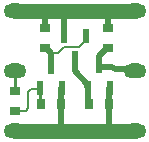
<source format=gtl>
G04*
G04 #@! TF.GenerationSoftware,Altium Limited,Altium Designer,24.6.1 (21)*
G04*
G04 Layer_Physical_Order=1*
G04 Layer_Color=39423*
%FSLAX25Y25*%
%MOIN*%
G70*
G04*
G04 #@! TF.SameCoordinates,92C08AAC-CC59-47DC-8000-F7C2F8DBA572*
G04*
G04*
G04 #@! TF.FilePolarity,Positive*
G04*
G01*
G75*
%ADD12R,0.02362X0.04724*%
%ADD13R,0.02756X0.03347*%
%ADD14R,0.03347X0.02756*%
%ADD20C,0.02000*%
%ADD21C,0.00800*%
%ADD22C,0.05000*%
%ADD23C,0.01000*%
%ADD24O,0.07500X0.05000*%
D12*
X25000Y29500D02*
D03*
X21260Y36587D02*
D03*
X28740D02*
D03*
X33000Y26543D02*
D03*
X36740Y19457D02*
D03*
X29260D02*
D03*
X17000Y26500D02*
D03*
X20740Y19413D02*
D03*
X13260D02*
D03*
D13*
X36248Y14000D02*
D03*
X29752D02*
D03*
X20248D02*
D03*
X13752D02*
D03*
D14*
X36000Y32752D02*
D03*
Y39248D02*
D03*
X5000Y11752D02*
D03*
Y18248D02*
D03*
X15000Y32752D02*
D03*
Y39248D02*
D03*
D20*
X29079Y19638D02*
X29441Y19276D01*
X25000Y24898D02*
Y29500D01*
X29079Y19638D02*
Y20819D01*
X25000Y24898D02*
X29079Y20819D01*
X15295Y32752D02*
X17000Y31047D01*
X15000Y32752D02*
X15295D01*
X17000Y26500D02*
Y31047D01*
X33000Y26543D02*
X33098Y26445D01*
X37429D01*
X44426Y25574D02*
X45000Y25000D01*
X38300Y25574D02*
X44426D01*
X37429Y26445D02*
X38300Y25574D01*
X35705Y32752D02*
X36000D01*
X33000Y30047D02*
X35705Y32752D01*
X33000Y26543D02*
Y30047D01*
X36000Y39248D02*
Y45000D01*
X21000D02*
X21260Y44740D01*
Y36587D02*
Y44740D01*
X15000Y39248D02*
Y45000D01*
X29441Y14311D02*
Y19276D01*
Y14311D02*
X29752Y14000D01*
X36000Y5000D02*
X36248Y5248D01*
Y14000D01*
X36559Y14311D02*
Y19276D01*
X36740Y19457D01*
X36248Y14000D02*
X36559Y14311D01*
X20248Y5252D02*
X20500Y5000D01*
X20248Y5252D02*
Y14000D01*
X20559Y14311D02*
Y19232D01*
X20248Y14000D02*
X20559Y14311D01*
Y19232D02*
X20740Y19413D01*
D21*
X12846Y19000D02*
X13260Y19413D01*
X10500Y19000D02*
X12846D01*
X9500Y18000D02*
X10500Y19000D01*
X9500Y12665D02*
Y18000D01*
X8587Y11752D02*
X9500Y12665D01*
X5000Y11752D02*
X8587D01*
X21500Y33000D02*
X26335D01*
X19547Y31047D02*
X21500Y33000D01*
X26335D02*
X28740Y35405D01*
Y36587D01*
X17000Y31047D02*
X19547D01*
D22*
X36000Y45000D02*
X45000D01*
X21000D02*
X36000D01*
X15000D02*
X21000D01*
X5000D02*
X15000D01*
X36000Y5000D02*
X45000D01*
X20500D02*
X36000D01*
X5000D02*
X20500D01*
D23*
X13260Y19413D02*
X13506Y19167D01*
Y14246D02*
Y19167D01*
Y14246D02*
X13752Y14000D01*
X5000Y18748D02*
Y25000D01*
D24*
Y5000D02*
D03*
X45000Y45000D02*
D03*
X5000D02*
D03*
X45000Y5000D02*
D03*
X5000Y25000D02*
D03*
X45000D02*
D03*
M02*

</source>
